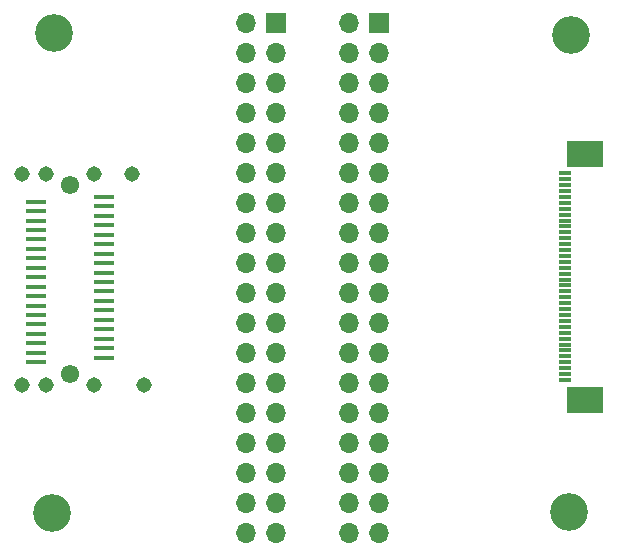
<source format=gbr>
%TF.GenerationSoftware,KiCad,Pcbnew,5.1.10-88a1d61d58~88~ubuntu20.04.1*%
%TF.CreationDate,2021-05-25T15:32:40+07:00*%
%TF.ProjectId,36P-miniSAS-Header-Adapter,3336502d-6d69-46e6-9953-41532d486561,rev?*%
%TF.SameCoordinates,Original*%
%TF.FileFunction,Soldermask,Top*%
%TF.FilePolarity,Negative*%
%FSLAX46Y46*%
G04 Gerber Fmt 4.6, Leading zero omitted, Abs format (unit mm)*
G04 Created by KiCad (PCBNEW 5.1.10-88a1d61d58~88~ubuntu20.04.1) date 2021-05-25 15:32:40*
%MOMM*%
%LPD*%
G01*
G04 APERTURE LIST*
%ADD10R,1.100000X0.300000*%
%ADD11R,3.100000X2.300000*%
%ADD12C,3.200000*%
%ADD13O,1.700000X1.700000*%
%ADD14R,1.700000X1.700000*%
%ADD15C,1.550000*%
%ADD16R,1.800000X0.350000*%
%ADD17C,1.308000*%
G04 APERTURE END LIST*
D10*
%TO.C,J3*%
X197500000Y6250000D03*
X197500000Y5750000D03*
X197500000Y5250000D03*
X197500000Y4750000D03*
X197500000Y4250000D03*
X197500000Y3750000D03*
X197500000Y3250000D03*
X197500000Y2750000D03*
X197500000Y2250000D03*
X197500000Y1750000D03*
X197500000Y1250000D03*
X197500000Y750000D03*
X197500000Y250000D03*
X197500000Y-250000D03*
X197500000Y-750000D03*
X197500000Y-1250000D03*
X197500000Y-1750000D03*
X197500000Y-2250000D03*
X197500000Y-2750000D03*
X197500000Y-3250000D03*
X197500000Y-3750000D03*
X197500000Y-4250000D03*
X197500000Y-4750000D03*
X197500000Y-5250000D03*
X197500000Y-5750000D03*
X197500000Y-6250000D03*
X197500000Y-6750000D03*
X197500000Y-7250000D03*
X197500000Y-7750000D03*
X197500000Y-8250000D03*
D11*
X199200000Y-12920000D03*
X199200000Y7920000D03*
D10*
X197500000Y-8750000D03*
X197500000Y-9250000D03*
X197500000Y-9750000D03*
X197500000Y-10250000D03*
X197500000Y-10750000D03*
X197500000Y-11250000D03*
%TD*%
D12*
%TO.C,H4*%
X198000000Y18000000D03*
%TD*%
%TO.C,H3*%
X197800000Y-22400000D03*
%TD*%
D13*
%TO.C,J4*%
X179210000Y-24180000D03*
X181750000Y-24180000D03*
X179210000Y-21640000D03*
X181750000Y-21640000D03*
X179210000Y-19100000D03*
X181750000Y-19100000D03*
X179210000Y-16560000D03*
X181750000Y-16560000D03*
X179210000Y-14020000D03*
X181750000Y-14020000D03*
X179210000Y-11480000D03*
X181750000Y-11480000D03*
X179210000Y-8940000D03*
X181750000Y-8940000D03*
X179210000Y-6400000D03*
X181750000Y-6400000D03*
X179210000Y-3860000D03*
X181750000Y-3860000D03*
X179210000Y-1320000D03*
X181750000Y-1320000D03*
X179210000Y1220000D03*
X181750000Y1220000D03*
X179210000Y3760000D03*
X181750000Y3760000D03*
X179210000Y6300000D03*
X181750000Y6300000D03*
X179210000Y8840000D03*
X181750000Y8840000D03*
X179210000Y11380000D03*
X181750000Y11380000D03*
X179210000Y13920000D03*
X181750000Y13920000D03*
X179210000Y16460000D03*
X181750000Y16460000D03*
X179210000Y19000000D03*
D14*
X181750000Y19000000D03*
%TD*%
D12*
%TO.C,H2*%
X154100000Y-22500000D03*
%TD*%
%TO.C,H1*%
X154200000Y18100000D03*
%TD*%
D13*
%TO.C,J2*%
X170460000Y-24180000D03*
X173000000Y-24180000D03*
X170460000Y-21640000D03*
X173000000Y-21640000D03*
X170460000Y-19100000D03*
X173000000Y-19100000D03*
X170460000Y-16560000D03*
X173000000Y-16560000D03*
X170460000Y-14020000D03*
X173000000Y-14020000D03*
X170460000Y-11480000D03*
X173000000Y-11480000D03*
X170460000Y-8940000D03*
X173000000Y-8940000D03*
X170460000Y-6400000D03*
X173000000Y-6400000D03*
X170460000Y-3860000D03*
X173000000Y-3860000D03*
X170460000Y-1320000D03*
X173000000Y-1320000D03*
X170460000Y1220000D03*
X173000000Y1220000D03*
X170460000Y3760000D03*
X173000000Y3760000D03*
X170460000Y6300000D03*
X173000000Y6300000D03*
X170460000Y8840000D03*
X173000000Y8840000D03*
X170460000Y11380000D03*
X173000000Y11380000D03*
X170460000Y13920000D03*
X173000000Y13920000D03*
X170460000Y16460000D03*
X173000000Y16460000D03*
X170460000Y19000000D03*
D14*
X173000000Y19000000D03*
%TD*%
D15*
%TO.C,J1*%
X155590000Y5250000D03*
X155590000Y-10750000D03*
D16*
X158500000Y4250000D03*
X158500000Y3450000D03*
X158500000Y2650000D03*
X158500000Y1850000D03*
X158500000Y1050000D03*
X158500000Y250000D03*
X158500000Y-550000D03*
X158500000Y-1350000D03*
X158500000Y-2150000D03*
X158500000Y-2950000D03*
X158500000Y-3750000D03*
X158500000Y-4550000D03*
X158500000Y-5350000D03*
X158500000Y-6150000D03*
X158500000Y-6950000D03*
X158500000Y-7750000D03*
X158500000Y-8550000D03*
X158500000Y-9350000D03*
X152680000Y3850000D03*
X152680000Y3050000D03*
X152680000Y2250000D03*
X152680000Y1450000D03*
X152680000Y650000D03*
X152680000Y-150000D03*
X152680000Y-950000D03*
X152680000Y-1750000D03*
X152680000Y-2550000D03*
X152680000Y-3350000D03*
X152680000Y-4150000D03*
X152680000Y-4950000D03*
X152680000Y-5750000D03*
X152680000Y-6550000D03*
X152680000Y-7350000D03*
X152680000Y-8150000D03*
X152680000Y-8950000D03*
X152680000Y-9750000D03*
D17*
X160830000Y6150000D03*
X157590000Y6150000D03*
X153590000Y6150000D03*
X151560000Y6150000D03*
X161830000Y-11650000D03*
X157590000Y-11650000D03*
X153590000Y-11650000D03*
X151560000Y-11650000D03*
%TD*%
M02*

</source>
